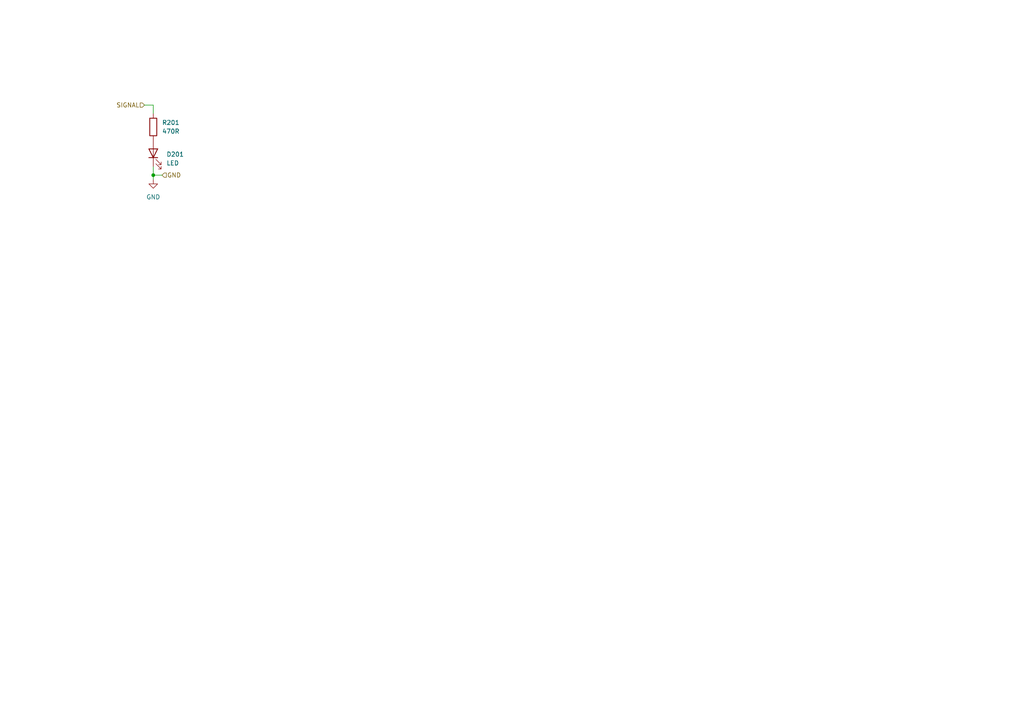
<source format=kicad_sch>
(kicad_sch (version 20231120) (generator "eeschema") (generator_version "8.0")
  (paper "A4")
  (lib_symbols
    (symbol "Device:LED" (pin_numbers hide) (pin_names (offset 1.016) hide)
      (property "Reference" "D" (at 0 2.54 0))
      (property "Value" "LED" (at 0 -2.54 0))
      (symbol "LED_0_1"
        (polyline (pts (xy -1.27 -1.27) (xy -1.27 1.27)) (stroke (width 0.254)))
        (polyline (pts (xy -1.27 0) (xy 1.27 0)))
        (polyline (pts (xy 1.27 -1.27) (xy 1.27 1.27) (xy -1.27 0) (xy 1.27 -1.27)) (stroke (width 0.254)))
        (polyline (pts (xy -3.048 -0.762) (xy -4.572 -2.286) (xy -3.81 -2.286) (xy -4.572 -2.286) (xy -4.572 -1.524)))
        (polyline (pts (xy -1.778 -0.762) (xy -3.302 -2.286) (xy -2.54 -2.286) (xy -3.302 -2.286) (xy -3.302 -1.524)))
      )
      (symbol "LED_1_1"
        (pin passive line (at -3.81 0 0) (length 2.54) (name "K") (number "1"))
        (pin passive line (at 3.81 0 180) (length 2.54) (name "A") (number "2"))
      )
    )
    (symbol "Device:R" (pin_numbers hide) (pin_names (offset 0))
      (property "Reference" "R" (at 2.032 0 90))
      (property "Value" "R" (at 0 0 90))
      (symbol "R_0_1"
        (rectangle (start -1.016 -2.54) (end 1.016 2.54) (stroke (width 0.254)))
      )
      (symbol "R_1_1"
        (pin passive line (at 0 3.81 270) (length 1.27) (name "~") (number "1"))
        (pin passive line (at 0 -3.81 90) (length 1.27) (name "~") (number "2"))
      )
    )
    (symbol "power:GND" (power) (pin_names (offset 0))
      (property "Value" "GND" (at 0 -3.81 0))
      (symbol "GND_0_1"
        (polyline (pts (xy 0 0) (xy 0 -1.27) (xy 1.27 -1.27) (xy 0 -2.54) (xy -1.27 -1.27) (xy 0 -1.27)))
      )
      (symbol "GND_1_1"
        (pin power_in line (at 0 0 270) (length 0) hide (name "GND") (number "1"))
      )
    )
  )
  (junction (at 44.45 50.8))
  (wire (pts (xy 44.45 52.07) (xy 44.45 50.8)))
  (wire (pts (xy 46.99 50.8) (xy 44.45 50.8)))
  (wire (pts (xy 44.45 50.8) (xy 44.45 48.26)))
  (wire (pts (xy 44.45 33.02) (xy 44.45 30.48)))
  (wire (pts (xy 41.91 30.48) (xy 44.45 30.48)))
  (hierarchical_label "SIGNAL" (shape input) (at 41.91 30.48 180))
  (hierarchical_label "GND" (shape input) (at 46.99 50.8 0))
  (symbol (lib_id "Device:R") (at 44.45 36.83 0) (unit 1)
    (property "Reference" "R201" (at 46.99 35.5599 0) (effects (justify left)))
    (property "Value" "470R" (at 46.99 38.0999 0) (effects (justify left)))
    (property "Footprint" "Resistor_SMD:R_0402_1005Metric_Pad0.72x0.64mm_HandSolder" (effects (hide yes)))
    (property "Description" "Resistor" (effects (hide yes)))
    (instances (project "mcu_rp2040-onboard" (path "" (reference "R201") (unit 1))) (project "xDuinoRail-Debug" (path "" (reference "R2001") (unit 1))))
  )
  (symbol (lib_id "power:GND") (at 44.45 52.07 0) (unit 1)
    (property "Reference" "#PWR0201" (effects (hide yes)))
    (property "Value" "GND" (at 44.45 57.15 0))
    (property "Description" "Power symbol creates a global label with name \"GND\" , ground" (effects (hide yes)))
    (instances (project "mcu_rp2040-onboard" (path "" (reference "#PWR0201") (unit 1))) (project "xDuinoRail-Debug" (path "" (reference "#PWR02001") (unit 1))))
  )
  (symbol (lib_id "Device:LED") (at 44.45 44.45 90) (unit 1)
    (property "Reference" "D201" (at 48.26 44.7674 90) (effects (justify right)))
    (property "Value" "LED" (at 48.26 47.3074 90) (effects (justify right)))
    (property "Footprint" "LED_SMD:LED_0603_1608Metric_Pad1.05x0.95mm_HandSolder" (effects (hide yes)))
    (property "Description" "Light emitting diode" (effects (hide yes)))
    (instances (project "mcu_rp2040-onboard" (path "" (reference "D201") (unit 1))) (project "xDuinoRail-Debug" (path "" (reference "D2001") (unit 1))))
  )
)
</source>
